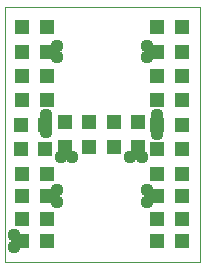
<source format=gts>
G75*
%MOIN*%
%OFA0B0*%
%FSLAX24Y24*%
%IPPOS*%
%LPD*%
%AMOC8*
5,1,8,0,0,1.08239X$1,22.5*
%
%ADD10C,0.0000*%
%ADD11R,0.0512X0.0512*%
%ADD12C,0.0437*%
D10*
X002392Y002517D02*
X002392Y011017D01*
X008892Y011017D01*
X008892Y002517D01*
X002392Y002517D01*
D11*
X002976Y003196D03*
X002978Y003954D03*
X002978Y004704D03*
X002978Y005454D03*
X002916Y006267D03*
X002916Y007079D03*
X002978Y007892D03*
X002978Y008704D03*
X002978Y009517D03*
X002978Y010329D03*
X003805Y010329D03*
X003805Y009517D03*
X003805Y008704D03*
X003805Y007892D03*
X004392Y007180D03*
X003743Y007079D03*
X003743Y006267D03*
X004392Y006353D03*
X005204Y006353D03*
X006017Y006353D03*
X006838Y006339D03*
X007478Y006267D03*
X007478Y007079D03*
X006838Y007166D03*
X007478Y007892D03*
X007478Y008704D03*
X007478Y009517D03*
X007478Y010329D03*
X008305Y010329D03*
X008305Y009517D03*
X008305Y008704D03*
X008305Y007892D03*
X008305Y007079D03*
X008305Y006267D03*
X008305Y005454D03*
X008305Y004704D03*
X008305Y003954D03*
X008305Y003204D03*
X007478Y003204D03*
X007478Y003954D03*
X007478Y004704D03*
X007478Y005454D03*
X006017Y007180D03*
X005204Y007180D03*
X003805Y005454D03*
X003805Y004704D03*
X003805Y003954D03*
X003803Y003196D03*
D12*
X002704Y003017D03*
X002704Y003392D03*
X004142Y004517D03*
X004142Y004892D03*
X004267Y006017D03*
X004642Y006017D03*
X003767Y006829D03*
X003767Y007392D03*
X004142Y009329D03*
X004142Y009704D03*
X007142Y009704D03*
X007142Y009329D03*
X007454Y007392D03*
X007454Y006767D03*
X006954Y006017D03*
X006579Y006017D03*
X007142Y004892D03*
X007142Y004517D03*
M02*

</source>
